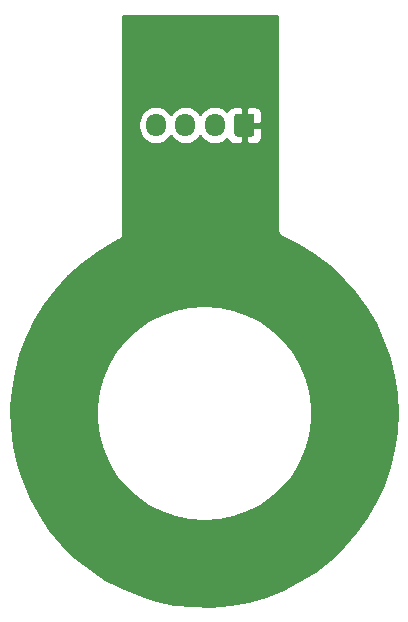
<source format=gbr>
%TF.GenerationSoftware,KiCad,Pcbnew,5.1.6-c6e7f7d~87~ubuntu18.04.1*%
%TF.CreationDate,2023-11-19T23:26:27+00:00*%
%TF.ProjectId,ws2812b_rgb_button,77733238-3132-4625-9f72-67625f627574,1.0*%
%TF.SameCoordinates,Original*%
%TF.FileFunction,Copper,L1,Top*%
%TF.FilePolarity,Positive*%
%FSLAX46Y46*%
G04 Gerber Fmt 4.6, Leading zero omitted, Abs format (unit mm)*
G04 Created by KiCad (PCBNEW 5.1.6-c6e7f7d~87~ubuntu18.04.1) date 2023-11-19 23:26:27*
%MOMM*%
%LPD*%
G01*
G04 APERTURE LIST*
%TA.AperFunction,ComponentPad*%
%ADD10O,1.700000X1.950000*%
%TD*%
%TA.AperFunction,ViaPad*%
%ADD11C,0.800000*%
%TD*%
%TA.AperFunction,Conductor*%
%ADD12C,0.254000*%
%TD*%
G04 APERTURE END LIST*
D10*
%TO.P,J1,4*%
%TO.N,/DOUT*%
X96259000Y-75946000D03*
%TO.P,J1,3*%
%TO.N,/DIN*%
X98759000Y-75946000D03*
%TO.P,J1,2*%
%TO.N,GND*%
X101259000Y-75946000D03*
%TO.P,J1,1*%
%TO.N,/VDD*%
%TA.AperFunction,ComponentPad*%
G36*
G01*
X104609000Y-75221000D02*
X104609000Y-76671000D01*
G75*
G02*
X104359000Y-76921000I-250000J0D01*
G01*
X103159000Y-76921000D01*
G75*
G02*
X102909000Y-76671000I0J250000D01*
G01*
X102909000Y-75221000D01*
G75*
G02*
X103159000Y-74971000I250000J0D01*
G01*
X104359000Y-74971000D01*
G75*
G02*
X104609000Y-75221000I0J-250000D01*
G01*
G37*
%TD.AperFunction*%
%TD*%
D11*
%TO.N,/VDD*%
X106680000Y-86995000D03*
X87122000Y-93853000D03*
X93853000Y-114046000D03*
X113919000Y-106680000D03*
%TD*%
D12*
%TO.N,/VDD*%
G36*
X106520090Y-84822556D02*
G01*
X106529599Y-84919524D01*
X106567287Y-85043949D01*
X106628523Y-85158632D01*
X106710958Y-85259165D01*
X106811421Y-85341684D01*
X106926052Y-85403018D01*
X106934996Y-85405735D01*
X108314719Y-86094802D01*
X109642339Y-86925638D01*
X110884223Y-87879902D01*
X112028922Y-88948795D01*
X113065898Y-90122480D01*
X113985615Y-91390160D01*
X114779593Y-92740148D01*
X115440526Y-94160024D01*
X115962325Y-95636708D01*
X116340189Y-97156609D01*
X116570636Y-98705718D01*
X116651549Y-100269806D01*
X116582178Y-101834423D01*
X116363162Y-103385206D01*
X115996521Y-104907850D01*
X115485630Y-106388336D01*
X114835187Y-107813055D01*
X114051189Y-109168867D01*
X113140854Y-110443288D01*
X112112562Y-111624592D01*
X110975772Y-112701907D01*
X109740974Y-113665297D01*
X108419514Y-114505908D01*
X107023573Y-115215989D01*
X105565988Y-115789011D01*
X104060211Y-116219686D01*
X102520077Y-116504058D01*
X100959782Y-116639505D01*
X99393682Y-116624781D01*
X97836202Y-116460020D01*
X96301699Y-116146744D01*
X94804273Y-115687829D01*
X93357730Y-115087508D01*
X91975390Y-114351308D01*
X90669964Y-113485997D01*
X89453489Y-112499555D01*
X88337162Y-111401062D01*
X87331259Y-110200628D01*
X86445051Y-108909321D01*
X85686678Y-107539001D01*
X85063142Y-106102316D01*
X84580177Y-104612480D01*
X84242228Y-103083209D01*
X84052408Y-101528580D01*
X84012469Y-99962936D01*
X84030783Y-99703535D01*
X91171401Y-99703535D01*
X91171401Y-100956465D01*
X91342008Y-102197726D01*
X91680045Y-103404195D01*
X92179214Y-104553397D01*
X92830216Y-105623925D01*
X93620926Y-106595838D01*
X94536613Y-107451030D01*
X95560219Y-108173570D01*
X96672678Y-108750000D01*
X97853266Y-109169581D01*
X99079990Y-109424497D01*
X100330000Y-109510000D01*
X101580010Y-109424497D01*
X102806734Y-109169581D01*
X103987322Y-108750000D01*
X105099781Y-108173570D01*
X106123387Y-107451030D01*
X107039074Y-106595838D01*
X107829784Y-105623925D01*
X108480786Y-104553397D01*
X108979955Y-103404195D01*
X109317992Y-102197726D01*
X109488599Y-100956465D01*
X109488599Y-99703535D01*
X109317992Y-98462274D01*
X108979955Y-97255805D01*
X108480786Y-96106603D01*
X107829784Y-95036075D01*
X107039074Y-94064162D01*
X106123387Y-93208970D01*
X105099781Y-92486430D01*
X103987322Y-91910000D01*
X102806734Y-91490419D01*
X101580010Y-91235503D01*
X100330000Y-91150000D01*
X99079990Y-91235503D01*
X97853266Y-91490419D01*
X96672678Y-91910000D01*
X95560219Y-92486430D01*
X94536613Y-93208970D01*
X93620926Y-94064162D01*
X92830216Y-95036075D01*
X92179214Y-96106603D01*
X91680045Y-97255805D01*
X91342008Y-98462274D01*
X91171401Y-99703535D01*
X84030783Y-99703535D01*
X84122773Y-98400659D01*
X84382307Y-96856147D01*
X84788682Y-95343619D01*
X85338151Y-93877012D01*
X86025665Y-92469812D01*
X86844889Y-91134982D01*
X87788271Y-89884828D01*
X88847135Y-88730845D01*
X90011736Y-87683657D01*
X91271326Y-86752924D01*
X92622930Y-85942038D01*
X93085637Y-85704274D01*
X93090794Y-85702710D01*
X93205451Y-85641425D01*
X93305949Y-85558948D01*
X93388426Y-85458450D01*
X93449711Y-85343793D01*
X93487451Y-85219383D01*
X93497001Y-85122419D01*
X93497000Y-75748050D01*
X94774000Y-75748050D01*
X94774000Y-76143949D01*
X94795487Y-76362110D01*
X94880401Y-76642033D01*
X95018294Y-76900013D01*
X95203866Y-77126134D01*
X95429986Y-77311706D01*
X95687966Y-77449599D01*
X95967889Y-77534513D01*
X96259000Y-77563185D01*
X96550110Y-77534513D01*
X96830033Y-77449599D01*
X97088013Y-77311706D01*
X97314134Y-77126134D01*
X97499706Y-76900014D01*
X97509000Y-76882626D01*
X97518294Y-76900013D01*
X97703866Y-77126134D01*
X97929986Y-77311706D01*
X98187966Y-77449599D01*
X98467889Y-77534513D01*
X98759000Y-77563185D01*
X99050110Y-77534513D01*
X99330033Y-77449599D01*
X99588013Y-77311706D01*
X99814134Y-77126134D01*
X99999706Y-76900014D01*
X100009000Y-76882626D01*
X100018294Y-76900013D01*
X100203866Y-77126134D01*
X100429986Y-77311706D01*
X100687966Y-77449599D01*
X100967889Y-77534513D01*
X101259000Y-77563185D01*
X101550110Y-77534513D01*
X101830033Y-77449599D01*
X102088013Y-77311706D01*
X102308945Y-77130392D01*
X102319498Y-77165180D01*
X102378463Y-77275494D01*
X102457815Y-77372185D01*
X102554506Y-77451537D01*
X102664820Y-77510502D01*
X102784518Y-77546812D01*
X102909000Y-77559072D01*
X103473250Y-77556000D01*
X103632000Y-77397250D01*
X103632000Y-76073000D01*
X103886000Y-76073000D01*
X103886000Y-77397250D01*
X104044750Y-77556000D01*
X104609000Y-77559072D01*
X104733482Y-77546812D01*
X104853180Y-77510502D01*
X104963494Y-77451537D01*
X105060185Y-77372185D01*
X105139537Y-77275494D01*
X105198502Y-77165180D01*
X105234812Y-77045482D01*
X105247072Y-76921000D01*
X105244000Y-76231750D01*
X105085250Y-76073000D01*
X103886000Y-76073000D01*
X103632000Y-76073000D01*
X103612000Y-76073000D01*
X103612000Y-75819000D01*
X103632000Y-75819000D01*
X103632000Y-74494750D01*
X103886000Y-74494750D01*
X103886000Y-75819000D01*
X105085250Y-75819000D01*
X105244000Y-75660250D01*
X105247072Y-74971000D01*
X105234812Y-74846518D01*
X105198502Y-74726820D01*
X105139537Y-74616506D01*
X105060185Y-74519815D01*
X104963494Y-74440463D01*
X104853180Y-74381498D01*
X104733482Y-74345188D01*
X104609000Y-74332928D01*
X104044750Y-74336000D01*
X103886000Y-74494750D01*
X103632000Y-74494750D01*
X103473250Y-74336000D01*
X102909000Y-74332928D01*
X102784518Y-74345188D01*
X102664820Y-74381498D01*
X102554506Y-74440463D01*
X102457815Y-74519815D01*
X102378463Y-74616506D01*
X102319498Y-74726820D01*
X102308945Y-74761608D01*
X102088014Y-74580294D01*
X101830034Y-74442401D01*
X101550111Y-74357487D01*
X101259000Y-74328815D01*
X100967890Y-74357487D01*
X100687967Y-74442401D01*
X100429987Y-74580294D01*
X100203866Y-74765866D01*
X100018294Y-74991986D01*
X100009000Y-75009374D01*
X99999706Y-74991986D01*
X99814134Y-74765866D01*
X99588014Y-74580294D01*
X99330034Y-74442401D01*
X99050111Y-74357487D01*
X98759000Y-74328815D01*
X98467890Y-74357487D01*
X98187967Y-74442401D01*
X97929987Y-74580294D01*
X97703866Y-74765866D01*
X97518294Y-74991986D01*
X97509000Y-75009374D01*
X97499706Y-74991986D01*
X97314134Y-74765866D01*
X97088014Y-74580294D01*
X96830034Y-74442401D01*
X96550111Y-74357487D01*
X96259000Y-74328815D01*
X95967890Y-74357487D01*
X95687967Y-74442401D01*
X95429987Y-74580294D01*
X95203866Y-74765866D01*
X95018294Y-74991986D01*
X94880401Y-75249966D01*
X94795487Y-75529889D01*
X94774000Y-75748050D01*
X93497000Y-75748050D01*
X93496999Y-66700000D01*
X106527722Y-66700000D01*
X106520090Y-84822556D01*
G37*
X106520090Y-84822556D02*
X106529599Y-84919524D01*
X106567287Y-85043949D01*
X106628523Y-85158632D01*
X106710958Y-85259165D01*
X106811421Y-85341684D01*
X106926052Y-85403018D01*
X106934996Y-85405735D01*
X108314719Y-86094802D01*
X109642339Y-86925638D01*
X110884223Y-87879902D01*
X112028922Y-88948795D01*
X113065898Y-90122480D01*
X113985615Y-91390160D01*
X114779593Y-92740148D01*
X115440526Y-94160024D01*
X115962325Y-95636708D01*
X116340189Y-97156609D01*
X116570636Y-98705718D01*
X116651549Y-100269806D01*
X116582178Y-101834423D01*
X116363162Y-103385206D01*
X115996521Y-104907850D01*
X115485630Y-106388336D01*
X114835187Y-107813055D01*
X114051189Y-109168867D01*
X113140854Y-110443288D01*
X112112562Y-111624592D01*
X110975772Y-112701907D01*
X109740974Y-113665297D01*
X108419514Y-114505908D01*
X107023573Y-115215989D01*
X105565988Y-115789011D01*
X104060211Y-116219686D01*
X102520077Y-116504058D01*
X100959782Y-116639505D01*
X99393682Y-116624781D01*
X97836202Y-116460020D01*
X96301699Y-116146744D01*
X94804273Y-115687829D01*
X93357730Y-115087508D01*
X91975390Y-114351308D01*
X90669964Y-113485997D01*
X89453489Y-112499555D01*
X88337162Y-111401062D01*
X87331259Y-110200628D01*
X86445051Y-108909321D01*
X85686678Y-107539001D01*
X85063142Y-106102316D01*
X84580177Y-104612480D01*
X84242228Y-103083209D01*
X84052408Y-101528580D01*
X84012469Y-99962936D01*
X84030783Y-99703535D01*
X91171401Y-99703535D01*
X91171401Y-100956465D01*
X91342008Y-102197726D01*
X91680045Y-103404195D01*
X92179214Y-104553397D01*
X92830216Y-105623925D01*
X93620926Y-106595838D01*
X94536613Y-107451030D01*
X95560219Y-108173570D01*
X96672678Y-108750000D01*
X97853266Y-109169581D01*
X99079990Y-109424497D01*
X100330000Y-109510000D01*
X101580010Y-109424497D01*
X102806734Y-109169581D01*
X103987322Y-108750000D01*
X105099781Y-108173570D01*
X106123387Y-107451030D01*
X107039074Y-106595838D01*
X107829784Y-105623925D01*
X108480786Y-104553397D01*
X108979955Y-103404195D01*
X109317992Y-102197726D01*
X109488599Y-100956465D01*
X109488599Y-99703535D01*
X109317992Y-98462274D01*
X108979955Y-97255805D01*
X108480786Y-96106603D01*
X107829784Y-95036075D01*
X107039074Y-94064162D01*
X106123387Y-93208970D01*
X105099781Y-92486430D01*
X103987322Y-91910000D01*
X102806734Y-91490419D01*
X101580010Y-91235503D01*
X100330000Y-91150000D01*
X99079990Y-91235503D01*
X97853266Y-91490419D01*
X96672678Y-91910000D01*
X95560219Y-92486430D01*
X94536613Y-93208970D01*
X93620926Y-94064162D01*
X92830216Y-95036075D01*
X92179214Y-96106603D01*
X91680045Y-97255805D01*
X91342008Y-98462274D01*
X91171401Y-99703535D01*
X84030783Y-99703535D01*
X84122773Y-98400659D01*
X84382307Y-96856147D01*
X84788682Y-95343619D01*
X85338151Y-93877012D01*
X86025665Y-92469812D01*
X86844889Y-91134982D01*
X87788271Y-89884828D01*
X88847135Y-88730845D01*
X90011736Y-87683657D01*
X91271326Y-86752924D01*
X92622930Y-85942038D01*
X93085637Y-85704274D01*
X93090794Y-85702710D01*
X93205451Y-85641425D01*
X93305949Y-85558948D01*
X93388426Y-85458450D01*
X93449711Y-85343793D01*
X93487451Y-85219383D01*
X93497001Y-85122419D01*
X93497000Y-75748050D01*
X94774000Y-75748050D01*
X94774000Y-76143949D01*
X94795487Y-76362110D01*
X94880401Y-76642033D01*
X95018294Y-76900013D01*
X95203866Y-77126134D01*
X95429986Y-77311706D01*
X95687966Y-77449599D01*
X95967889Y-77534513D01*
X96259000Y-77563185D01*
X96550110Y-77534513D01*
X96830033Y-77449599D01*
X97088013Y-77311706D01*
X97314134Y-77126134D01*
X97499706Y-76900014D01*
X97509000Y-76882626D01*
X97518294Y-76900013D01*
X97703866Y-77126134D01*
X97929986Y-77311706D01*
X98187966Y-77449599D01*
X98467889Y-77534513D01*
X98759000Y-77563185D01*
X99050110Y-77534513D01*
X99330033Y-77449599D01*
X99588013Y-77311706D01*
X99814134Y-77126134D01*
X99999706Y-76900014D01*
X100009000Y-76882626D01*
X100018294Y-76900013D01*
X100203866Y-77126134D01*
X100429986Y-77311706D01*
X100687966Y-77449599D01*
X100967889Y-77534513D01*
X101259000Y-77563185D01*
X101550110Y-77534513D01*
X101830033Y-77449599D01*
X102088013Y-77311706D01*
X102308945Y-77130392D01*
X102319498Y-77165180D01*
X102378463Y-77275494D01*
X102457815Y-77372185D01*
X102554506Y-77451537D01*
X102664820Y-77510502D01*
X102784518Y-77546812D01*
X102909000Y-77559072D01*
X103473250Y-77556000D01*
X103632000Y-77397250D01*
X103632000Y-76073000D01*
X103886000Y-76073000D01*
X103886000Y-77397250D01*
X104044750Y-77556000D01*
X104609000Y-77559072D01*
X104733482Y-77546812D01*
X104853180Y-77510502D01*
X104963494Y-77451537D01*
X105060185Y-77372185D01*
X105139537Y-77275494D01*
X105198502Y-77165180D01*
X105234812Y-77045482D01*
X105247072Y-76921000D01*
X105244000Y-76231750D01*
X105085250Y-76073000D01*
X103886000Y-76073000D01*
X103632000Y-76073000D01*
X103612000Y-76073000D01*
X103612000Y-75819000D01*
X103632000Y-75819000D01*
X103632000Y-74494750D01*
X103886000Y-74494750D01*
X103886000Y-75819000D01*
X105085250Y-75819000D01*
X105244000Y-75660250D01*
X105247072Y-74971000D01*
X105234812Y-74846518D01*
X105198502Y-74726820D01*
X105139537Y-74616506D01*
X105060185Y-74519815D01*
X104963494Y-74440463D01*
X104853180Y-74381498D01*
X104733482Y-74345188D01*
X104609000Y-74332928D01*
X104044750Y-74336000D01*
X103886000Y-74494750D01*
X103632000Y-74494750D01*
X103473250Y-74336000D01*
X102909000Y-74332928D01*
X102784518Y-74345188D01*
X102664820Y-74381498D01*
X102554506Y-74440463D01*
X102457815Y-74519815D01*
X102378463Y-74616506D01*
X102319498Y-74726820D01*
X102308945Y-74761608D01*
X102088014Y-74580294D01*
X101830034Y-74442401D01*
X101550111Y-74357487D01*
X101259000Y-74328815D01*
X100967890Y-74357487D01*
X100687967Y-74442401D01*
X100429987Y-74580294D01*
X100203866Y-74765866D01*
X100018294Y-74991986D01*
X100009000Y-75009374D01*
X99999706Y-74991986D01*
X99814134Y-74765866D01*
X99588014Y-74580294D01*
X99330034Y-74442401D01*
X99050111Y-74357487D01*
X98759000Y-74328815D01*
X98467890Y-74357487D01*
X98187967Y-74442401D01*
X97929987Y-74580294D01*
X97703866Y-74765866D01*
X97518294Y-74991986D01*
X97509000Y-75009374D01*
X97499706Y-74991986D01*
X97314134Y-74765866D01*
X97088014Y-74580294D01*
X96830034Y-74442401D01*
X96550111Y-74357487D01*
X96259000Y-74328815D01*
X95967890Y-74357487D01*
X95687967Y-74442401D01*
X95429987Y-74580294D01*
X95203866Y-74765866D01*
X95018294Y-74991986D01*
X94880401Y-75249966D01*
X94795487Y-75529889D01*
X94774000Y-75748050D01*
X93497000Y-75748050D01*
X93496999Y-66700000D01*
X106527722Y-66700000D01*
X106520090Y-84822556D01*
%TD*%
M02*

</source>
